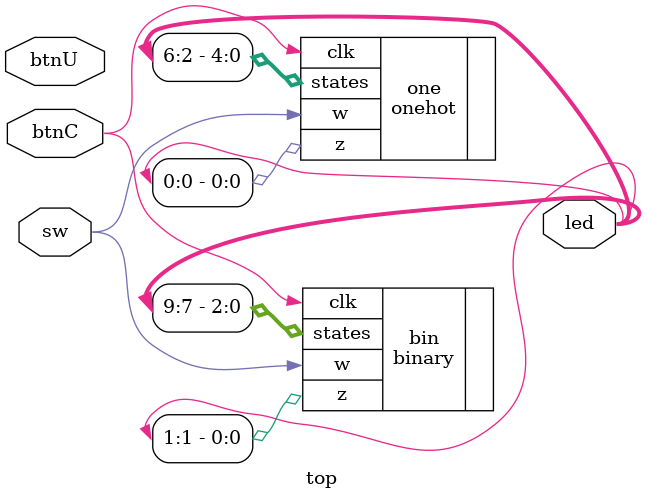
<source format=v>
module top(
    input sw, // w
    output [9:0] led, // see IO table
    input btnC, // clk
    input btnU // reset
);

    //w, clk, z
    onehot one( .w(sw), .clk(btnC), .z(led[0]), .states(led[6:2]) );
    
    binary bin( .w(sw), .clk(btnC), .z(led[1]), .states(led[9:7]) );

endmodule
</source>
